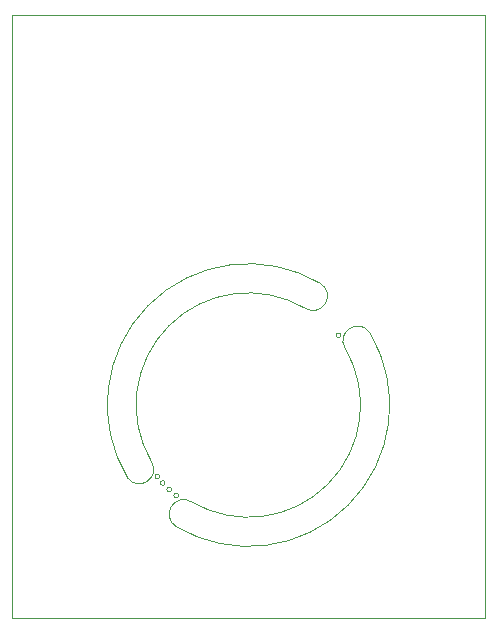
<source format=gm1>
%TF.GenerationSoftware,KiCad,Pcbnew,(6.0.0)*%
%TF.CreationDate,2022-12-06T17:03:37-05:00*%
%TF.ProjectId,headstage-64s,68656164-7374-4616-9765-2d3634732e6b,B*%
%TF.SameCoordinates,Original*%
%TF.FileFunction,Profile,NP*%
%FSLAX46Y46*%
G04 Gerber Fmt 4.6, Leading zero omitted, Abs format (unit mm)*
G04 Created by KiCad (PCBNEW (6.0.0)) date 2022-12-06 17:03:37*
%MOMM*%
%LPD*%
G01*
G04 APERTURE LIST*
%TA.AperFunction,Profile*%
%ADD10C,0.050000*%
%TD*%
G04 APERTURE END LIST*
D10*
X118700000Y-71200000D02*
G75*
G03*
X117400000Y-73300000I-671362J-1036776D01*
G01*
X143500000Y-81000000D02*
X103500000Y-81000000D01*
X103500000Y-81000000D02*
X103500000Y-30000000D01*
X103500000Y-30000000D02*
X143500000Y-30000000D01*
X143500000Y-30000000D02*
X143500000Y-81000000D01*
X117400000Y-73300000D02*
G75*
G03*
X133800000Y-56900000I6101805J10298195D01*
G01*
X128300000Y-54800001D02*
G75*
G03*
X129600000Y-52700000I671342J1036789D01*
G01*
X117600000Y-70650000D02*
G75*
G03*
X117600000Y-70650000I-200000J0D01*
G01*
X129600000Y-52700000D02*
G75*
G03*
X113300000Y-69200000I-6091861J-10283192D01*
G01*
X118700001Y-71199998D02*
G75*
G03*
X131699998Y-58200000I4799999J8199998D01*
G01*
X133799999Y-56900001D02*
G75*
G03*
X131699999Y-58200000I-1047912J-653372D01*
G01*
X116000000Y-69050000D02*
G75*
G03*
X116000000Y-69050000I-200000J0D01*
G01*
X113300001Y-69199999D02*
G75*
G03*
X115300000Y-67800001I958196J759718D01*
G01*
X117000000Y-70150000D02*
G75*
G03*
X117000000Y-70150000I-200000J0D01*
G01*
X116450000Y-69600000D02*
G75*
G03*
X116450000Y-69600000I-200000J0D01*
G01*
X131340000Y-57100000D02*
G75*
G03*
X131340000Y-57100000I-200000J0D01*
G01*
X128300001Y-54800000D02*
G75*
G03*
X115300000Y-67800001I-4800001J-8200000D01*
G01*
M02*

</source>
